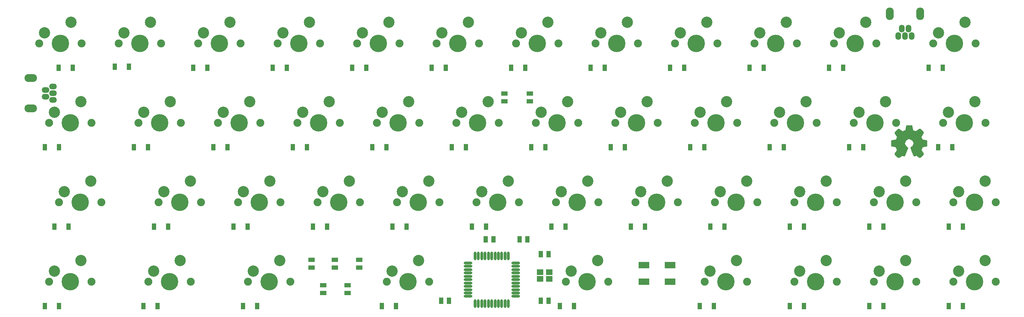
<source format=gbs>
G04 (created by PCBNEW (2013-07-07 BZR 4022)-stable) date 7/27/2014 4:03:04 PM*
%MOIN*%
G04 Gerber Fmt 3.4, Leading zero omitted, Abs format*
%FSLAX34Y34*%
G01*
G70*
G90*
G04 APERTURE LIST*
%ADD10C,0.00590551*%
%ADD11C,0.0001*%
%ADD12O,0.073X0.053*%
%ADD13O,0.118X0.075*%
%ADD14O,0.053X0.073*%
%ADD15O,0.075X0.118*%
%ADD16O,0.0828X0.024*%
%ADD17O,0.024X0.0828*%
%ADD18R,0.043X0.063*%
%ADD19R,0.063X0.043*%
%ADD20R,0.0986X0.0631*%
%ADD21R,0.0631X0.0533*%
%ADD22C,0.1647*%
%ADD23C,0.1064*%
%ADD24C,0.0749*%
G04 APERTURE END LIST*
G54D10*
G54D11*
G36*
X121105Y-43994D02*
X121105Y-44048D01*
X121105Y-44092D01*
X121104Y-44127D01*
X121104Y-44155D01*
X121103Y-44176D01*
X121102Y-44191D01*
X121101Y-44202D01*
X121099Y-44208D01*
X121097Y-44210D01*
X121090Y-44213D01*
X121073Y-44217D01*
X121048Y-44223D01*
X121016Y-44229D01*
X120978Y-44237D01*
X120935Y-44245D01*
X120890Y-44254D01*
X120840Y-44263D01*
X120795Y-44272D01*
X120756Y-44280D01*
X120724Y-44287D01*
X120700Y-44292D01*
X120686Y-44296D01*
X120682Y-44298D01*
X120678Y-44305D01*
X120670Y-44320D01*
X120660Y-44343D01*
X120648Y-44370D01*
X120635Y-44400D01*
X120622Y-44433D01*
X120609Y-44465D01*
X120597Y-44495D01*
X120587Y-44522D01*
X120579Y-44544D01*
X120574Y-44559D01*
X120573Y-44565D01*
X120576Y-44570D01*
X120585Y-44584D01*
X120599Y-44605D01*
X120617Y-44631D01*
X120638Y-44662D01*
X120661Y-44696D01*
X120676Y-44717D01*
X120777Y-44865D01*
X120777Y-44931D01*
X120777Y-44997D01*
X120623Y-45151D01*
X120469Y-45305D01*
X120404Y-45305D01*
X120340Y-45305D01*
X120194Y-45205D01*
X120049Y-45105D01*
X120002Y-45130D01*
X119956Y-45156D01*
X119888Y-45154D01*
X119820Y-45152D01*
X119671Y-44794D01*
X119522Y-44436D01*
X119522Y-44379D01*
X119522Y-44354D01*
X119523Y-44333D01*
X119524Y-44319D01*
X119525Y-44314D01*
X119531Y-44307D01*
X119544Y-44296D01*
X119562Y-44282D01*
X119579Y-44270D01*
X119625Y-44236D01*
X119663Y-44204D01*
X119694Y-44172D01*
X119720Y-44138D01*
X119743Y-44099D01*
X119758Y-44070D01*
X119781Y-44018D01*
X119794Y-43971D01*
X119797Y-43928D01*
X119795Y-43901D01*
X119777Y-43836D01*
X119749Y-43775D01*
X119713Y-43718D01*
X119667Y-43666D01*
X119614Y-43621D01*
X119555Y-43584D01*
X119547Y-43580D01*
X119505Y-43561D01*
X119464Y-43548D01*
X119425Y-43540D01*
X119402Y-43538D01*
X119360Y-43543D01*
X119313Y-43556D01*
X119264Y-43577D01*
X119216Y-43605D01*
X119171Y-43638D01*
X119130Y-43675D01*
X119104Y-43703D01*
X119080Y-43738D01*
X119056Y-43780D01*
X119036Y-43825D01*
X119020Y-43868D01*
X119016Y-43882D01*
X119011Y-43911D01*
X119009Y-43938D01*
X119011Y-43964D01*
X119019Y-43994D01*
X119031Y-44031D01*
X119034Y-44039D01*
X119063Y-44100D01*
X119101Y-44156D01*
X119149Y-44208D01*
X119206Y-44255D01*
X119245Y-44282D01*
X119261Y-44293D01*
X119274Y-44302D01*
X119280Y-44307D01*
X119281Y-44315D01*
X119283Y-44332D01*
X119283Y-44354D01*
X119284Y-44375D01*
X119284Y-44436D01*
X119139Y-44784D01*
X119115Y-44844D01*
X119092Y-44900D01*
X119070Y-44953D01*
X119050Y-45001D01*
X119032Y-45043D01*
X119017Y-45079D01*
X119005Y-45109D01*
X118996Y-45130D01*
X118990Y-45142D01*
X118989Y-45144D01*
X118986Y-45149D01*
X118980Y-45152D01*
X118970Y-45154D01*
X118954Y-45155D01*
X118930Y-45155D01*
X118918Y-45155D01*
X118852Y-45155D01*
X118805Y-45130D01*
X118758Y-45105D01*
X118667Y-45168D01*
X118634Y-45190D01*
X118600Y-45214D01*
X118567Y-45236D01*
X118539Y-45255D01*
X118521Y-45268D01*
X118466Y-45305D01*
X118401Y-45305D01*
X118337Y-45305D01*
X118182Y-45151D01*
X118028Y-44997D01*
X118028Y-44932D01*
X118028Y-44904D01*
X118029Y-44885D01*
X118031Y-44871D01*
X118034Y-44861D01*
X118040Y-44851D01*
X118047Y-44841D01*
X118055Y-44829D01*
X118068Y-44809D01*
X118086Y-44783D01*
X118106Y-44753D01*
X118129Y-44720D01*
X118149Y-44690D01*
X118172Y-44657D01*
X118192Y-44627D01*
X118209Y-44601D01*
X118222Y-44580D01*
X118231Y-44566D01*
X118234Y-44560D01*
X118232Y-44553D01*
X118226Y-44537D01*
X118218Y-44514D01*
X118206Y-44485D01*
X118193Y-44452D01*
X118183Y-44426D01*
X118166Y-44383D01*
X118152Y-44350D01*
X118141Y-44325D01*
X118132Y-44308D01*
X118126Y-44298D01*
X118121Y-44294D01*
X118112Y-44292D01*
X118095Y-44288D01*
X118069Y-44283D01*
X118036Y-44276D01*
X117997Y-44269D01*
X117954Y-44260D01*
X117912Y-44253D01*
X117867Y-44244D01*
X117824Y-44236D01*
X117787Y-44228D01*
X117755Y-44222D01*
X117730Y-44216D01*
X117714Y-44212D01*
X117708Y-44210D01*
X117706Y-44207D01*
X117705Y-44200D01*
X117704Y-44188D01*
X117703Y-44171D01*
X117702Y-44148D01*
X117701Y-44117D01*
X117701Y-44079D01*
X117701Y-44032D01*
X117700Y-43974D01*
X117700Y-43930D01*
X117700Y-43656D01*
X117713Y-43649D01*
X117721Y-43646D01*
X117739Y-43641D01*
X117765Y-43636D01*
X117798Y-43629D01*
X117837Y-43621D01*
X117881Y-43613D01*
X117927Y-43604D01*
X117928Y-43604D01*
X117974Y-43595D01*
X118017Y-43587D01*
X118056Y-43579D01*
X118088Y-43572D01*
X118113Y-43567D01*
X118130Y-43562D01*
X118138Y-43560D01*
X118138Y-43560D01*
X118142Y-43553D01*
X118149Y-43538D01*
X118159Y-43516D01*
X118172Y-43489D01*
X118185Y-43459D01*
X118198Y-43428D01*
X118212Y-43398D01*
X118224Y-43370D01*
X118234Y-43345D01*
X118241Y-43327D01*
X118245Y-43316D01*
X118245Y-43315D01*
X118242Y-43309D01*
X118233Y-43295D01*
X118220Y-43274D01*
X118202Y-43247D01*
X118181Y-43216D01*
X118157Y-43181D01*
X118137Y-43151D01*
X118028Y-42993D01*
X118028Y-42929D01*
X118028Y-42865D01*
X118182Y-42710D01*
X118336Y-42556D01*
X118402Y-42556D01*
X118468Y-42556D01*
X118608Y-42652D01*
X118644Y-42676D01*
X118678Y-42700D01*
X118709Y-42721D01*
X118735Y-42739D01*
X118755Y-42753D01*
X118768Y-42762D01*
X118770Y-42763D01*
X118793Y-42779D01*
X118898Y-42736D01*
X118939Y-42720D01*
X118970Y-42707D01*
X118994Y-42697D01*
X119011Y-42689D01*
X119022Y-42683D01*
X119029Y-42678D01*
X119034Y-42674D01*
X119036Y-42669D01*
X119036Y-42668D01*
X119038Y-42660D01*
X119042Y-42642D01*
X119047Y-42617D01*
X119053Y-42584D01*
X119061Y-42545D01*
X119069Y-42502D01*
X119077Y-42455D01*
X119078Y-42450D01*
X119087Y-42404D01*
X119096Y-42360D01*
X119103Y-42321D01*
X119110Y-42288D01*
X119116Y-42262D01*
X119120Y-42244D01*
X119123Y-42236D01*
X119123Y-42236D01*
X119126Y-42234D01*
X119133Y-42233D01*
X119143Y-42231D01*
X119159Y-42230D01*
X119181Y-42230D01*
X119210Y-42229D01*
X119246Y-42229D01*
X119291Y-42228D01*
X119346Y-42228D01*
X119402Y-42228D01*
X119456Y-42228D01*
X119507Y-42229D01*
X119553Y-42229D01*
X119594Y-42230D01*
X119629Y-42230D01*
X119655Y-42231D01*
X119673Y-42232D01*
X119682Y-42233D01*
X119682Y-42233D01*
X119685Y-42240D01*
X119689Y-42256D01*
X119695Y-42283D01*
X119703Y-42317D01*
X119711Y-42360D01*
X119721Y-42410D01*
X119728Y-42448D01*
X119737Y-42495D01*
X119745Y-42540D01*
X119753Y-42580D01*
X119759Y-42614D01*
X119765Y-42641D01*
X119769Y-42660D01*
X119771Y-42670D01*
X119771Y-42670D01*
X119776Y-42676D01*
X119788Y-42683D01*
X119806Y-42692D01*
X119833Y-42704D01*
X119868Y-42720D01*
X119894Y-42730D01*
X119932Y-42746D01*
X119961Y-42757D01*
X119982Y-42766D01*
X119998Y-42771D01*
X120008Y-42773D01*
X120016Y-42774D01*
X120021Y-42772D01*
X120026Y-42770D01*
X120027Y-42769D01*
X120035Y-42764D01*
X120051Y-42753D01*
X120073Y-42737D01*
X120102Y-42718D01*
X120134Y-42696D01*
X120170Y-42672D01*
X120190Y-42658D01*
X120338Y-42556D01*
X120404Y-42556D01*
X120469Y-42556D01*
X120623Y-42710D01*
X120777Y-42864D01*
X120777Y-42930D01*
X120777Y-42996D01*
X120668Y-43154D01*
X120559Y-43312D01*
X120611Y-43435D01*
X120627Y-43470D01*
X120641Y-43502D01*
X120654Y-43528D01*
X120664Y-43548D01*
X120671Y-43560D01*
X120673Y-43562D01*
X120681Y-43564D01*
X120698Y-43568D01*
X120723Y-43574D01*
X120756Y-43580D01*
X120795Y-43588D01*
X120838Y-43596D01*
X120884Y-43605D01*
X120889Y-43606D01*
X120943Y-43616D01*
X120990Y-43625D01*
X121029Y-43633D01*
X121061Y-43640D01*
X121084Y-43646D01*
X121097Y-43650D01*
X121100Y-43652D01*
X121101Y-43658D01*
X121102Y-43675D01*
X121103Y-43701D01*
X121104Y-43735D01*
X121104Y-43775D01*
X121105Y-43820D01*
X121105Y-43870D01*
X121105Y-43924D01*
X121105Y-43931D01*
X121105Y-43994D01*
X121105Y-43994D01*
X121105Y-43994D01*
G37*
G54D12*
X38585Y-39830D03*
X37897Y-39515D03*
X38585Y-39200D03*
X37897Y-38885D03*
X38585Y-38570D03*
G54D13*
X36489Y-37764D03*
X36489Y-40636D03*
G54D14*
X118370Y-33785D03*
X118685Y-33097D03*
X119000Y-33785D03*
X119315Y-33097D03*
X119630Y-33785D03*
G54D15*
X120436Y-31689D03*
X117564Y-31689D03*
G54D16*
X77750Y-56800D03*
X77750Y-56485D03*
X77750Y-56170D03*
X77750Y-55855D03*
X77750Y-55540D03*
X77750Y-55225D03*
X77750Y-57115D03*
X77750Y-57430D03*
X77750Y-57745D03*
X77750Y-58060D03*
X77750Y-58375D03*
X82250Y-56800D03*
X82250Y-56485D03*
X82250Y-56170D03*
X82250Y-55855D03*
X82250Y-55540D03*
X82250Y-55225D03*
X82250Y-57115D03*
X82250Y-57430D03*
X82250Y-57745D03*
X82250Y-58060D03*
X82250Y-58375D03*
G54D17*
X80000Y-54550D03*
X80000Y-59050D03*
X80315Y-54550D03*
X80315Y-59050D03*
X80630Y-59050D03*
X80630Y-54550D03*
X80945Y-54550D03*
X80945Y-59050D03*
X81260Y-59050D03*
X81260Y-54550D03*
X81575Y-54550D03*
X81575Y-59050D03*
X79685Y-59050D03*
X79685Y-54550D03*
X79370Y-54550D03*
X79370Y-59050D03*
X79055Y-59050D03*
X79055Y-54550D03*
X78740Y-54550D03*
X78740Y-59050D03*
X78425Y-59050D03*
X78425Y-54550D03*
G54D18*
X78145Y-51800D03*
X79455Y-51800D03*
X70645Y-51800D03*
X71955Y-51800D03*
X39145Y-36800D03*
X40455Y-36800D03*
X85645Y-51800D03*
X86955Y-51800D03*
X66845Y-36800D03*
X68155Y-36800D03*
X69645Y-59300D03*
X70955Y-59300D03*
X63145Y-51800D03*
X64455Y-51800D03*
X61245Y-44300D03*
X62555Y-44300D03*
X59345Y-36800D03*
X60655Y-36800D03*
X83745Y-44300D03*
X85055Y-44300D03*
X81845Y-36800D03*
X83155Y-36800D03*
X89345Y-36800D03*
X90655Y-36800D03*
X76245Y-44300D03*
X77555Y-44300D03*
X56545Y-59300D03*
X57855Y-59300D03*
X47145Y-59300D03*
X48455Y-59300D03*
X55645Y-51800D03*
X56955Y-51800D03*
X53745Y-44300D03*
X55055Y-44300D03*
X48145Y-51800D03*
X49455Y-51800D03*
X46245Y-44300D03*
X47555Y-44300D03*
X37845Y-44300D03*
X39155Y-44300D03*
X51845Y-36800D03*
X53155Y-36800D03*
X44445Y-36700D03*
X45755Y-36700D03*
X113745Y-44300D03*
X115055Y-44300D03*
X38745Y-51800D03*
X40055Y-51800D03*
X100645Y-51800D03*
X101955Y-51800D03*
X93145Y-51800D03*
X94455Y-51800D03*
X74345Y-36800D03*
X75655Y-36800D03*
X121245Y-36800D03*
X122555Y-36800D03*
X122145Y-44300D03*
X123455Y-44300D03*
X115645Y-59300D03*
X116955Y-59300D03*
X123145Y-51800D03*
X124455Y-51800D03*
X111845Y-36800D03*
X113155Y-36800D03*
X115645Y-51800D03*
X116955Y-51800D03*
X91245Y-44300D03*
X92555Y-44300D03*
X108145Y-59300D03*
X109455Y-59300D03*
X108145Y-51800D03*
X109455Y-51800D03*
X104345Y-36800D03*
X105655Y-36800D03*
X106245Y-44300D03*
X107555Y-44300D03*
X68745Y-44300D03*
X70055Y-44300D03*
X98745Y-44300D03*
X100055Y-44300D03*
X96845Y-36800D03*
X98155Y-36800D03*
X99645Y-59300D03*
X100955Y-59300D03*
X86445Y-59300D03*
X87755Y-59300D03*
X37845Y-59300D03*
X39155Y-59300D03*
X83375Y-53000D03*
X82625Y-53000D03*
X75975Y-58800D03*
X75225Y-58800D03*
X80175Y-53000D03*
X79425Y-53000D03*
G54D19*
X83600Y-39975D03*
X83600Y-39225D03*
X81200Y-39975D03*
X81200Y-39225D03*
G54D18*
X85375Y-54400D03*
X84625Y-54400D03*
G54D19*
X66400Y-58075D03*
X66400Y-57325D03*
X67500Y-55675D03*
X67500Y-54925D03*
X65200Y-55675D03*
X65200Y-54925D03*
G54D18*
X84625Y-58800D03*
X85375Y-58800D03*
G54D19*
X64100Y-58075D03*
X64100Y-57325D03*
X63000Y-55675D03*
X63000Y-54925D03*
G54D20*
X94360Y-56988D03*
X96840Y-55413D03*
X96840Y-56987D03*
X94360Y-55413D03*
G54D21*
X85433Y-56085D03*
X84567Y-56085D03*
X85433Y-56715D03*
X84567Y-56715D03*
G54D18*
X123145Y-59300D03*
X124455Y-59300D03*
G54D22*
X125550Y-57000D03*
G54D23*
X126550Y-55000D03*
X124050Y-56000D03*
G54D24*
X123550Y-57000D03*
X127550Y-57000D03*
G54D22*
X71175Y-42000D03*
G54D23*
X72175Y-40000D03*
X69675Y-41000D03*
G54D24*
X69175Y-42000D03*
X73175Y-42000D03*
G54D22*
X80550Y-49500D03*
G54D23*
X81550Y-47500D03*
X79050Y-48500D03*
G54D24*
X78550Y-49500D03*
X82550Y-49500D03*
G54D22*
X91800Y-34500D03*
G54D23*
X92800Y-32500D03*
X90300Y-33500D03*
G54D24*
X89800Y-34500D03*
X93800Y-34500D03*
G54D22*
X72112Y-57000D03*
G54D23*
X73112Y-55000D03*
X70612Y-56000D03*
G54D24*
X70112Y-57000D03*
X74112Y-57000D03*
G54D22*
X99300Y-34500D03*
G54D23*
X100300Y-32500D03*
X97800Y-33500D03*
G54D24*
X97300Y-34500D03*
X101300Y-34500D03*
G54D22*
X106800Y-34500D03*
G54D23*
X107800Y-32500D03*
X105300Y-33500D03*
G54D24*
X104800Y-34500D03*
X108800Y-34500D03*
G54D22*
X110550Y-57000D03*
G54D23*
X111550Y-55000D03*
X109050Y-56000D03*
G54D24*
X108550Y-57000D03*
X112550Y-57000D03*
G54D22*
X118050Y-49500D03*
G54D23*
X119050Y-47500D03*
X116550Y-48500D03*
G54D24*
X116050Y-49500D03*
X120050Y-49500D03*
G54D22*
X50550Y-49500D03*
G54D23*
X51550Y-47500D03*
X49050Y-48500D03*
G54D24*
X48550Y-49500D03*
X52550Y-49500D03*
G54D22*
X58050Y-49500D03*
G54D23*
X59050Y-47500D03*
X56550Y-48500D03*
G54D24*
X56050Y-49500D03*
X60050Y-49500D03*
G54D22*
X65550Y-49500D03*
G54D23*
X66550Y-47500D03*
X64050Y-48500D03*
G54D24*
X63550Y-49500D03*
X67550Y-49500D03*
G54D22*
X73050Y-49500D03*
G54D23*
X74050Y-47500D03*
X71550Y-48500D03*
G54D24*
X71050Y-49500D03*
X75050Y-49500D03*
G54D22*
X63675Y-42000D03*
G54D23*
X64675Y-40000D03*
X62175Y-41000D03*
G54D24*
X61675Y-42000D03*
X65675Y-42000D03*
G54D22*
X93675Y-42000D03*
G54D23*
X94675Y-40000D03*
X92175Y-41000D03*
G54D24*
X91675Y-42000D03*
X95675Y-42000D03*
G54D22*
X101175Y-42000D03*
G54D23*
X102175Y-40000D03*
X99675Y-41000D03*
G54D24*
X99175Y-42000D03*
X103175Y-42000D03*
G54D22*
X108675Y-42000D03*
G54D23*
X109675Y-40000D03*
X107175Y-41000D03*
G54D24*
X106675Y-42000D03*
X110675Y-42000D03*
G54D22*
X88050Y-49500D03*
G54D23*
X89050Y-47500D03*
X86550Y-48500D03*
G54D24*
X86050Y-49500D03*
X90050Y-49500D03*
G54D22*
X102112Y-57000D03*
G54D23*
X103112Y-55000D03*
X100612Y-56000D03*
G54D24*
X100112Y-57000D03*
X104112Y-57000D03*
G54D22*
X103050Y-49500D03*
G54D23*
X104050Y-47500D03*
X101550Y-48500D03*
G54D24*
X101050Y-49500D03*
X105050Y-49500D03*
G54D22*
X95550Y-49500D03*
G54D23*
X96550Y-47500D03*
X94050Y-48500D03*
G54D24*
X93550Y-49500D03*
X97550Y-49500D03*
G54D22*
X86175Y-42000D03*
G54D23*
X87175Y-40000D03*
X84675Y-41000D03*
G54D24*
X84175Y-42000D03*
X88175Y-42000D03*
G54D22*
X76800Y-34500D03*
G54D23*
X77800Y-32500D03*
X75300Y-33500D03*
G54D24*
X74800Y-34500D03*
X78800Y-34500D03*
G54D22*
X58987Y-57000D03*
G54D23*
X59987Y-55000D03*
X57487Y-56000D03*
G54D24*
X56987Y-57000D03*
X60987Y-57000D03*
G54D22*
X49612Y-57000D03*
G54D23*
X50612Y-55000D03*
X48112Y-56000D03*
G54D24*
X47612Y-57000D03*
X51612Y-57000D03*
G54D22*
X118050Y-57000D03*
G54D23*
X119050Y-55000D03*
X116550Y-56000D03*
G54D24*
X116050Y-57000D03*
X120050Y-57000D03*
G54D22*
X84300Y-34500D03*
G54D23*
X85300Y-32500D03*
X82800Y-33500D03*
G54D24*
X82300Y-34500D03*
X86300Y-34500D03*
G54D22*
X40237Y-57000D03*
G54D23*
X41237Y-55000D03*
X38737Y-56000D03*
G54D24*
X38237Y-57000D03*
X42237Y-57000D03*
G54D22*
X41175Y-49500D03*
G54D23*
X42175Y-47500D03*
X39675Y-48500D03*
G54D24*
X39175Y-49500D03*
X43175Y-49500D03*
G54D22*
X39300Y-34500D03*
G54D23*
X40300Y-32500D03*
X37800Y-33500D03*
G54D24*
X37300Y-34500D03*
X41300Y-34500D03*
G54D22*
X46800Y-34500D03*
G54D23*
X47800Y-32500D03*
X45300Y-33500D03*
G54D24*
X44800Y-34500D03*
X48800Y-34500D03*
G54D22*
X54300Y-34500D03*
G54D23*
X55300Y-32500D03*
X52800Y-33500D03*
G54D24*
X52300Y-34500D03*
X56300Y-34500D03*
G54D22*
X61800Y-34500D03*
G54D23*
X62800Y-32500D03*
X60300Y-33500D03*
G54D24*
X59800Y-34500D03*
X63800Y-34500D03*
G54D22*
X69300Y-34500D03*
G54D23*
X70300Y-32500D03*
X67800Y-33500D03*
G54D24*
X67300Y-34500D03*
X71300Y-34500D03*
G54D22*
X78675Y-42000D03*
G54D23*
X79675Y-40000D03*
X77175Y-41000D03*
G54D24*
X76675Y-42000D03*
X80675Y-42000D03*
G54D22*
X114300Y-34500D03*
G54D23*
X115300Y-32500D03*
X112800Y-33500D03*
G54D24*
X112300Y-34500D03*
X116300Y-34500D03*
G54D22*
X48675Y-42000D03*
G54D23*
X49675Y-40000D03*
X47175Y-41000D03*
G54D24*
X46675Y-42000D03*
X50675Y-42000D03*
G54D22*
X40237Y-42000D03*
G54D23*
X41237Y-40000D03*
X38737Y-41000D03*
G54D24*
X38237Y-42000D03*
X42237Y-42000D03*
G54D22*
X123675Y-34500D03*
G54D23*
X124675Y-32500D03*
X122175Y-33500D03*
G54D24*
X121675Y-34500D03*
X125675Y-34500D03*
G54D22*
X116175Y-42000D03*
G54D23*
X117175Y-40000D03*
X114675Y-41000D03*
G54D24*
X114175Y-42000D03*
X118175Y-42000D03*
G54D22*
X110550Y-49500D03*
G54D23*
X111550Y-47500D03*
X109050Y-48500D03*
G54D24*
X108550Y-49500D03*
X112550Y-49500D03*
G54D22*
X56175Y-42000D03*
G54D23*
X57175Y-40000D03*
X54675Y-41000D03*
G54D24*
X54175Y-42000D03*
X58175Y-42000D03*
G54D22*
X88987Y-57000D03*
G54D23*
X89987Y-55000D03*
X87487Y-56000D03*
G54D24*
X86987Y-57000D03*
X90987Y-57000D03*
G54D22*
X124612Y-42000D03*
G54D23*
X125612Y-40000D03*
X123112Y-41000D03*
G54D24*
X122612Y-42000D03*
X126612Y-42000D03*
G54D22*
X125550Y-49500D03*
G54D23*
X126550Y-47500D03*
X124050Y-48500D03*
G54D24*
X123550Y-49500D03*
X127550Y-49500D03*
M02*

</source>
